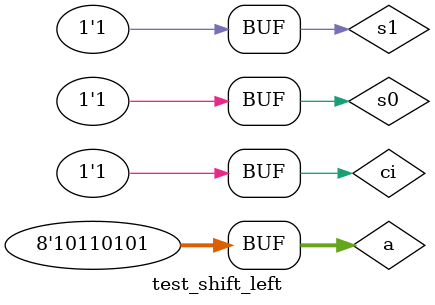
<source format=v>
module mux4to1(sel1, sel0, i0, i1, i2, i3 , f);
  input sel1, sel0, i0, i1, i2, i3;
  output f;
  wire w1, w2, w3, w4, nsel1, nsel0;
  not(nsel1, sel1);
  not(nsel0, sel0);
  
  and(w1, nsel1, nsel0, i0);
  and(w2, nsel1, sel0, i1);
  and(w3, sel1, nsel0, i2);
  and(w4, sel1, sel0, i3);
  
  or(f, w1, w2, w3, w4);
  
endmodule

module shiftLeftUnit(sel0,sel1, x, cin, f, cout, overflow);
	input [7:0] x;
	input cin,sel1,sel0;
	output cout, overflow;
	output [7:0] f;
	wire vx;
	
	buf(f[7],x[6]);
	buf(f[6],x[5]);
	buf(f[5],x[4]);
	buf(f[4],x[3]);
	buf(f[3],x[2]);
	buf(f[2],x[1]);
	buf(f[1],x[0]);
	
	xor(vx, x[7], x[6]);

  mux4to1 m1 (.sel1(sel1), .sel0(sel0), .i0(1'b0), .i1(x[7]), .i2(1'b0), .i3(cin), .f(f[0]));
  mux4to1 m2 (.sel1(sel1), .sel0(sel0), .i0(), .i1(), .i2(x[7]), .i3(), .f(cout));
  mux4to1 m3 (.sel1(sel1), .sel0(sel0), .i0(), .i1(), .i2(), .i3(vx), .f(overflow));
endmodule

module test_shift_left ;
	reg [7:0] a;
	reg s1,s0,ci;
	wire co, of;
	wire [7:0] result;
	shiftLeftUnit shifter_8_bit (.sel1(s1),.sel0(s0),.x(a),.cin(ci),.f(result),.cout(co), .overflow(of));
	initial begin
		a = 8'b10110101;
		{s1,s0} = 2'b00;
		ci = 1'b1;
		$monitor("x = %b s1,s0 = %b,%b cin = %b cout = %b overflow = %b",a,s1,s0,ci,co,of);
		#50
		{s1,s0} = 2'b01;
		$monitor("x = %b s1,s0 = %b,%b cin = %b cout = %b overflow = %b",a,s1,s0,ci,co,of);
		#50
		{s1,s0} = 2'b10;
		$monitor("x = %b s1,s0 = %b,%b cin = %b cout = %b overflow = %b",a,s1,s0,ci,co,of);
		#50
		{s1,s0} = 2'b11;
		$monitor("x = %b s1,s0 = %b,%b cin = %b cout = %b overflow = %b",a,s1,s0,ci,co,of);
	end
endmodule

</source>
